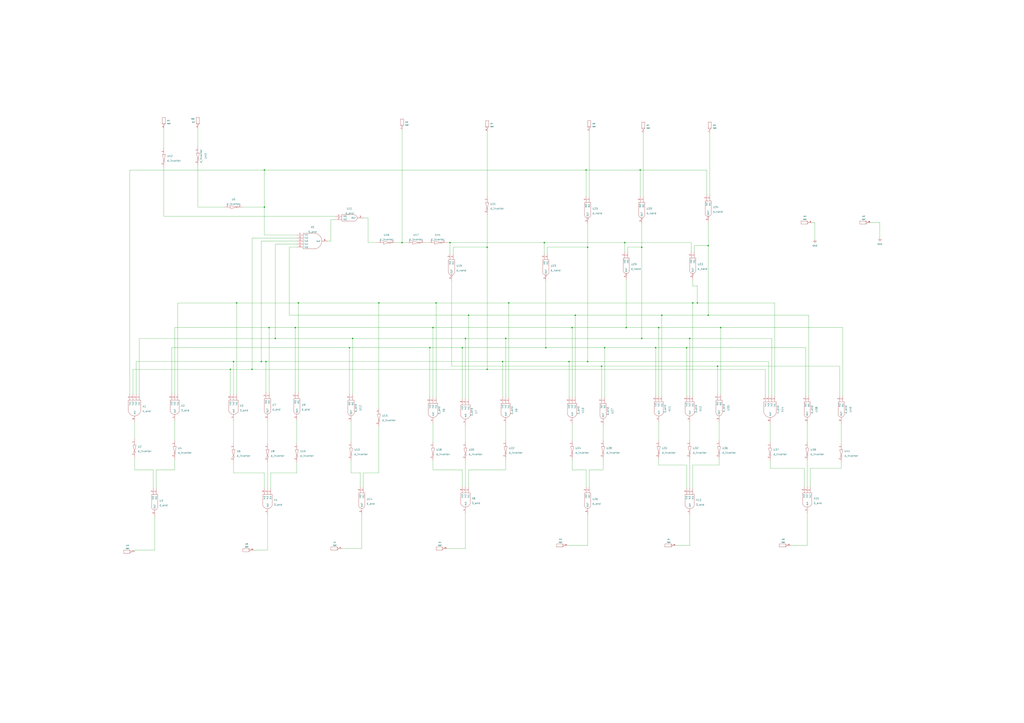
<source format=kicad_sch>
(kicad_sch (version 20211123) (generator eeschema)
  (paper "A1")
  (lib_symbols
    (symbol "eSim_Digital:d_and" (pin_names (offset 1.016))
      (property "Reference" "U" (at 0 0 0))
      (property "Value" "d_and" (at 1.27 2.54 0))
      (symbol "d_and_0_1"
        (polyline (pts (xy 3.81 -1.27) (xy -6.35 -1.27) (xy -6.35 3.81) (xy 3.81 3.81)))
        (arc (start 3.81 -1.27) (mid 5.5897 -0.5171) (end 6.35 1.27))
        (arc (start 6.35 1.27) (mid 5.5971 3.0497) (end 3.81 3.81))
      )
      (symbol "d_and_1_1"
        (pin input line (at -11.43 2.54 0) (length 5.08) (name "IN1") (number "1"))
        (pin input line (at -11.43 0 0) (length 5.08) (name "IN2") (number "2"))
        (pin output line (at 11.43 1.27 180) (length 5.08) (name "OUT") (number "3"))
      )
    )
    (symbol "eSim_Digital:d_inverter" (pin_names (offset 1.016))
      (property "Reference" "U" (at 0 -2.54 0))
      (property "Value" "d_inverter" (at 0 3.81 0))
      (symbol "d_inverter_0_1"
        (polyline (pts (xy -2.54 1.27) (xy -2.54 -1.27) (xy 2.54 0) (xy -2.54 1.27)))
      )
      (symbol "d_inverter_1_1"
        (pin input line (at -7.62 0 0) (length 5.08) (name "~") (number "1"))
        (pin output inverted (at 7.62 0 180) (length 5.08) (name "~") (number "2"))
      )
    )
    (symbol "eSim_Digital:d_nand" (pin_names (offset 1.016))
      (property "Reference" "U" (at 0 0 0))
      (property "Value" "d_nand" (at 1.27 2.54 0))
      (symbol "d_nand_0_1"
        (polyline (pts (xy 3.81 -1.27) (xy -6.35 -1.27) (xy -6.35 3.81) (xy 3.81 3.81)))
        (arc (start 3.81 -1.27) (mid 5.5897 -0.5171) (end 6.35 1.27))
        (arc (start 6.35 1.27) (mid 5.5971 3.0497) (end 3.81 3.81))
      )
      (symbol "d_nand_1_1"
        (pin input line (at -11.43 2.54 0) (length 5.08) (name "IN1") (number "1"))
        (pin input line (at -11.43 0 0) (length 5.08) (name "IN2") (number "2"))
        (pin output inverted (at 11.43 1.27 180) (length 5.08) (name "OUT") (number "3"))
      )
    )
    (symbol "eSim_Miscellaneous:PORT" (pin_names (offset 1.016))
      (property "Reference" "U" (at 1.27 2.54 0))
      (property "Value" "PORT" (at 0 0 0))
      (symbol "PORT_0_1"
        (rectangle (start -2.54 1.27) (end 2.54 -1.27))
        (arc (start 2.54 1.27) (mid 3.1355 0.5955) (end 3.81 0))
        (arc (start 3.81 0) (mid 3.1447 -0.6046) (end 2.54 -1.27))
      )
      (symbol "PORT_1_1"
        (pin bidirectional line (at 6.35 0 180) (length 2.54) (name "~") (number "1"))
      )
      (symbol "PORT_2_1"
        (pin bidirectional line (at 6.35 0 180) (length 2.54) (name "~") (number "2"))
      )
      (symbol "PORT_3_1"
        (pin bidirectional line (at 6.35 0 180) (length 2.54) (name "~") (number "3"))
      )
      (symbol "PORT_4_1"
        (pin bidirectional line (at 6.35 0 180) (length 2.54) (name "~") (number "4"))
      )
      (symbol "PORT_5_1"
        (pin bidirectional line (at 6.35 0 180) (length 2.54) (name "~") (number "5"))
      )
      (symbol "PORT_6_1"
        (pin bidirectional line (at 6.35 0 180) (length 2.54) (name "~") (number "6"))
      )
      (symbol "PORT_7_1"
        (pin bidirectional line (at 6.35 0 180) (length 2.54) (name "~") (number "7"))
      )
      (symbol "PORT_8_1"
        (pin bidirectional line (at 6.35 0 180) (length 2.54) (name "~") (number "8"))
      )
      (symbol "PORT_9_1"
        (pin bidirectional line (at 6.35 0 180) (length 2.54) (name "~") (number "9"))
      )
      (symbol "PORT_10_1"
        (pin bidirectional line (at 6.35 0 180) (length 2.54) (name "~") (number "10"))
      )
      (symbol "PORT_11_1"
        (pin bidirectional line (at 6.35 0 180) (length 2.54) (name "~") (number "11"))
      )
      (symbol "PORT_12_1"
        (pin bidirectional line (at 6.35 0 180) (length 2.54) (name "~") (number "12"))
      )
      (symbol "PORT_13_1"
        (pin bidirectional line (at 6.35 0 180) (length 2.54) (name "~") (number "13"))
      )
      (symbol "PORT_14_1"
        (pin bidirectional line (at 6.35 0 180) (length 2.54) (name "~") (number "14"))
      )
      (symbol "PORT_15_1"
        (pin bidirectional line (at 6.35 0 180) (length 2.54) (name "~") (number "15"))
      )
      (symbol "PORT_16_1"
        (pin bidirectional line (at 6.35 0 180) (length 2.54) (name "~") (number "16"))
      )
      (symbol "PORT_17_1"
        (pin bidirectional line (at 6.35 0 180) (length 2.54) (name "~") (number "17"))
      )
      (symbol "PORT_18_1"
        (pin bidirectional line (at 6.35 0 180) (length 2.54) (name "~") (number "18"))
      )
      (symbol "PORT_19_1"
        (pin bidirectional line (at 6.35 0 180) (length 2.54) (name "~") (number "19"))
      )
      (symbol "PORT_20_1"
        (pin bidirectional line (at 6.35 0 180) (length 2.54) (name "~") (number "20"))
      )
      (symbol "PORT_21_1"
        (pin bidirectional line (at 6.35 0 180) (length 2.54) (name "~") (number "21"))
      )
      (symbol "PORT_22_1"
        (pin bidirectional line (at 6.35 0 180) (length 2.54) (name "~") (number "22"))
      )
      (symbol "PORT_23_1"
        (pin bidirectional line (at 6.35 0 180) (length 2.54) (name "~") (number "23"))
      )
      (symbol "PORT_24_1"
        (pin bidirectional line (at 6.35 0 180) (length 2.54) (name "~") (number "24"))
      )
      (symbol "PORT_25_1"
        (pin bidirectional line (at 6.35 0 180) (length 2.54) (name "~") (number "25"))
      )
      (symbol "PORT_26_1"
        (pin bidirectional line (at 6.35 0 180) (length 2.54) (name "~") (number "26"))
      )
    )
    (symbol "eSim_Power:eSim_GND" (power) (pin_names (offset 0))
      (property "Value" "eSim_GND" (at 0 -3.81 0))
      (symbol "eSim_GND_0_1"
        (polyline (pts (xy 0 0) (xy 0 -1.27) (xy 1.27 -1.27) (xy 0 -2.54) (xy -1.27 -1.27) (xy 0 -1.27)))
      )
      (symbol "eSim_GND_1_1"
        (pin power_in line (at 0 0 270) (length 0) hide (name "GND") (number "1"))
      )
    )
    (symbol "eSim_Subckt:3_and" (pin_names (offset 1.016))
      (property "Reference" "X" (at 2.54 -1.27 0))
      (property "Value" "3_and" (at 3.81 3.81 0))
      (symbol "3_and_0_1"
        (polyline (pts (xy -3.81 5.08) (xy 5.08 5.08)))
        (polyline (pts (xy -3.81 5.08) (xy -3.81 -2.54) (xy 5.08 -2.54)))
        (arc (start 5.08 -2.54) (mid 7.8261 1.27) (end 5.08 5.08))
      )
      (symbol "3_and_1_1"
        (pin input line (at -8.89 3.81 0) (length 5.08) (name "in1") (number "1"))
        (pin input line (at -8.89 1.27 0) (length 5.08) (name "in2") (number "2"))
        (pin input line (at -8.89 -1.27 0) (length 5.08) (name "in3") (number "3"))
        (pin output line (at 12.7 1.27 180) (length 5.08) (name "out") (number "4"))
      )
    )
    (symbol "eSim_Subckt:4_and" (pin_names (offset 1.016))
      (property "Reference" "X" (at 1.27 -1.27 0))
      (property "Value" "4_and" (at 2.54 2.54 0))
      (symbol "4_and_0_1"
        (polyline (pts (xy -5.08 5.08) (xy 3.81 5.08)))
        (polyline (pts (xy -5.08 5.08) (xy -5.08 -5.08) (xy 1.27 -5.08) (xy 3.81 -5.08)))
        (arc (start 3.81 -5.08) (mid 7.7763 0) (end 3.81 5.08))
      )
      (symbol "4_and_1_1"
        (pin input line (at -10.16 3.81 0) (length 5.08) (name "in1") (number "1"))
        (pin input line (at -10.16 1.27 0) (length 5.08) (name "in2") (number "2"))
        (pin input line (at -10.16 -1.27 0) (length 5.08) (name "in3") (number "3"))
        (pin input line (at -10.16 -3.81 0) (length 5.08) (name "in4") (number "4"))
        (pin output line (at 12.7 0 180) (length 5.08) (name "out") (number "5"))
      )
    )
    (symbol "eSim_Subckt:5_and" (pin_names (offset 1.016))
      (property "Reference" "X" (at 1.27 -2.54 0))
      (property "Value" "5_and" (at 2.54 3.81 0))
      (symbol "5_and_0_1"
        (polyline (pts (xy -6.35 6.35) (xy 3.81 6.35)))
        (polyline (pts (xy -6.35 6.35) (xy -6.35 -6.35) (xy 3.81 -6.35)))
        (arc (start 3.81 -6.35) (mid 9.0158 0) (end 3.81 6.35))
      )
      (symbol "5_and_1_1"
        (pin input line (at -11.43 5.08 0) (length 5.08) (name "in1") (number "1"))
        (pin input line (at -11.43 2.54 0) (length 5.08) (name "in2") (number "2"))
        (pin input line (at -11.43 0 0) (length 5.08) (name "in3") (number "3"))
        (pin input line (at -11.43 -2.54 0) (length 5.08) (name "in4") (number "4"))
        (pin input line (at -11.43 -5.08 0) (length 5.08) (name "in5") (number "5"))
        (pin output line (at 13.97 0 180) (length 5.08) (name "out") (number "6"))
      )
    )
  )
  (junction (at 481.33 139.7))
  (junction (at 469.9 269.24))
  (junction (at 415.29 278.13))
  (junction (at 355.6 269.24))
  (junction (at 412.75 297.18))
  (junction (at 467.36 297.18))
  (junction (at 541.02 269.24))
  (junction (at 220.98 269.24))
  (junction (at 245.11 248.92))
  (junction (at 527.05 278.13))
  (junction (at 194.31 248.92))
  (junction (at 242.57 269.24))
  (junction (at 513.08 199.39))
  (junction (at 591.82 269.24))
  (junction (at 538.48 285.75))
  (junction (at 514.35 269.24))
  (junction (at 330.2 199.39))
  (junction (at 572.77 248.92))
  (junction (at 527.05 203.2))
  (junction (at 217.17 139.7))
  (junction (at 311.15 248.92))
  (junction (at 400.05 203.2))
  (junction (at 525.78 139.7))
  (junction (at 581.66 201.93))
  (junction (at 353.06 285.75))
  (junction (at 358.14 248.92))
  (junction (at 207.01 303.53))
  (junction (at 218.44 297.18))
  (junction (at 382.27 278.13))
  (junction (at 568.96 248.92))
  (junction (at 482.6 203.2))
  (junction (at 417.83 248.92))
  (junction (at 482.6 297.18))
  (junction (at 384.81 259.08))
  (junction (at 379.73 285.75))
  (junction (at 496.57 285.75))
  (junction (at 494.03 300.99))
  (junction (at 217.17 170.18))
  (junction (at 189.23 303.53))
  (junction (at 369.57 199.39))
  (junction (at 191.77 297.18))
  (junction (at 581.66 259.08))
  (junction (at 289.56 278.13))
  (junction (at 472.44 259.08))
  (junction (at 589.28 300.99))
  (junction (at 448.31 285.75))
  (junction (at 447.04 199.39))
  (junction (at 287.02 285.75))
  (junction (at 226.06 278.13))
  (junction (at 214.63 297.18))
  (junction (at 543.56 259.08))
  (junction (at 566.42 278.13))
  (junction (at 400.05 303.53))
  (junction (at 563.88 285.75))
  (wire (pts (xy 570.23 201.93) (xy 581.66 201.93)))
  (wire (pts (xy 243.84 193.04) (xy 217.17 193.04)))
  (wire (pts (xy 353.06 285.75) (xy 287.02 285.75)))
  (wire (pts (xy 243.84 388.62) (xy 243.84 379.73)))
  (wire (pts (xy 143.51 386.08) (xy 143.51 377.19)))
  (wire (pts (xy 194.31 248.92) (xy 194.31 323.85)))
  (wire (pts (xy 669.29 196.85) (xy 669.29 182.88)))
  (wire (pts (xy 412.75 297.18) (xy 412.75 326.39)))
  (wire (pts (xy 237.49 203.2) (xy 243.84 203.2)))
  (wire (pts (xy 217.17 139.7) (xy 217.17 170.18)))
  (wire (pts (xy 214.63 198.12) (xy 243.84 198.12)))
  (wire (pts (xy 482.6 297.18) (xy 631.19 297.18)))
  (wire (pts (xy 400.05 107.95) (xy 400.05 161.29)))
  (wire (pts (xy 483.87 107.95) (xy 483.87 161.29)))
  (wire (pts (xy 400.05 303.53) (xy 207.01 303.53)))
  (wire (pts (xy 184.15 170.18) (xy 162.56 170.18)))
  (wire (pts (xy 384.81 400.05) (xy 384.81 386.08)))
  (wire (pts (xy 217.17 401.32) (xy 217.17 388.62)))
  (wire (pts (xy 134.62 105.41) (xy 134.62 121.92)))
  (wire (pts (xy 689.61 300.99) (xy 689.61 325.12)))
  (wire (pts (xy 538.48 285.75) (xy 496.57 285.75)))
  (wire (pts (xy 514.35 269.24) (xy 541.02 269.24)))
  (wire (pts (xy 563.88 401.32) (xy 563.88 382.27)))
  (wire (pts (xy 527.05 184.15) (xy 527.05 203.2)))
  (wire (pts (xy 125.73 401.32) (xy 125.73 386.08)))
  (wire (pts (xy 581.66 182.88) (xy 581.66 201.93)))
  (wire (pts (xy 219.71 422.91) (xy 219.71 452.12)))
  (wire (pts (xy 483.87 400.05) (xy 483.87 386.08)))
  (wire (pts (xy 280.67 450.85) (xy 297.18 450.85)))
  (wire (pts (xy 110.49 346.71) (xy 110.49 360.68)))
  (wire (pts (xy 566.42 422.91) (xy 566.42 448.31)))
  (wire (pts (xy 128.27 386.08) (xy 143.51 386.08)))
  (wire (pts (xy 298.45 400.05) (xy 298.45 388.62)))
  (wire (pts (xy 722.63 195.58) (xy 722.63 182.88)))
  (wire (pts (xy 297.18 422.91) (xy 297.18 450.85)))
  (wire (pts (xy 111.76 323.85) (xy 111.76 297.18)))
  (wire (pts (xy 289.56 278.13) (xy 382.27 278.13)))
  (wire (pts (xy 482.6 184.15) (xy 482.6 203.2)))
  (wire (pts (xy 379.73 386.08) (xy 355.6 386.08)))
  (wire (pts (xy 449.58 208.28) (xy 449.58 203.2)))
  (wire (pts (xy 358.14 248.92) (xy 358.14 326.39)))
  (wire (pts (xy 661.67 285.75) (xy 563.88 285.75)))
  (wire (pts (xy 513.08 199.39) (xy 567.69 199.39)))
  (wire (pts (xy 662.94 378.46) (xy 662.94 400.05)))
  (wire (pts (xy 496.57 285.75) (xy 496.57 326.39)))
  (wire (pts (xy 481.33 139.7) (xy 217.17 139.7)))
  (wire (pts (xy 665.48 400.05) (xy 665.48 384.81)))
  (wire (pts (xy 217.17 139.7) (xy 106.68 139.7)))
  (wire (pts (xy 382.27 421.64) (xy 382.27 450.85)))
  (wire (pts (xy 191.77 297.18) (xy 214.63 297.18)))
  (wire (pts (xy 288.29 388.62) (xy 288.29 378.46)))
  (wire (pts (xy 379.73 285.75) (xy 353.06 285.75)))
  (wire (pts (xy 466.09 448.31) (xy 482.6 448.31)))
  (wire (pts (xy 295.91 388.62) (xy 288.29 388.62)))
  (wire (pts (xy 568.96 248.92) (xy 568.96 325.12)))
  (wire (pts (xy 568.96 248.92) (xy 572.77 248.92)))
  (wire (pts (xy 242.57 269.24) (xy 355.6 269.24)))
  (wire (pts (xy 589.28 300.99) (xy 589.28 323.85)))
  (wire (pts (xy 330.2 106.68) (xy 330.2 199.39)))
  (wire (pts (xy 298.45 179.07) (xy 302.26 179.07)))
  (wire (pts (xy 660.4 400.05) (xy 660.4 384.81)))
  (wire (pts (xy 226.06 278.13) (xy 289.56 278.13)))
  (wire (pts (xy 275.59 177.8) (xy 134.62 177.8)))
  (wire (pts (xy 448.31 285.75) (xy 379.73 285.75)))
  (wire (pts (xy 515.62 203.2) (xy 527.05 203.2)))
  (wire (pts (xy 384.81 259.08) (xy 237.49 259.08)))
  (wire (pts (xy 400.05 203.2) (xy 400.05 303.53)))
  (wire (pts (xy 349.25 199.39) (xy 351.79 199.39)))
  (wire (pts (xy 566.42 278.13) (xy 633.73 278.13)))
  (wire (pts (xy 353.06 285.75) (xy 353.06 326.39)))
  (wire (pts (xy 199.39 170.18) (xy 217.17 170.18)))
  (wire (pts (xy 214.63 198.12) (xy 214.63 297.18)))
  (wire (pts (xy 289.56 278.13) (xy 289.56 323.85)))
  (wire (pts (xy 554.99 448.31) (xy 566.42 448.31)))
  (wire (pts (xy 191.77 388.62) (xy 191.77 379.73)))
  (wire (pts (xy 140.97 285.75) (xy 287.02 285.75)))
  (wire (pts (xy 146.05 248.92) (xy 194.31 248.92)))
  (wire (pts (xy 631.19 297.18) (xy 631.19 325.12)))
  (wire (pts (xy 514.35 229.87) (xy 514.35 269.24)))
  (wire (pts (xy 143.51 323.85) (xy 143.51 269.24)))
  (wire (pts (xy 134.62 137.16) (xy 134.62 177.8)))
  (wire (pts (xy 722.63 182.88) (xy 715.01 182.88)))
  (wire (pts (xy 632.46 347.98) (xy 632.46 363.22)))
  (wire (pts (xy 382.27 278.13) (xy 382.27 327.66)))
  (wire (pts (xy 628.65 325.12) (xy 628.65 303.53)))
  (wire (pts (xy 355.6 347.98) (xy 355.6 363.22)))
  (wire (pts (xy 417.83 248.92) (xy 417.83 326.39)))
  (wire (pts (xy 245.11 248.92) (xy 245.11 322.58)))
  (wire (pts (xy 482.6 422.91) (xy 482.6 448.31)))
  (wire (pts (xy 469.9 269.24) (xy 469.9 326.39)))
  (wire (pts (xy 566.42 278.13) (xy 566.42 325.12)))
  (wire (pts (xy 110.49 452.12) (xy 127 452.12)))
  (wire (pts (xy 495.3 386.08) (xy 495.3 377.19)))
  (wire (pts (xy 581.66 259.08) (xy 543.56 259.08)))
  (wire (pts (xy 568.96 234.95) (xy 572.77 234.95)))
  (wire (pts (xy 219.71 379.73) (xy 219.71 401.32)))
  (wire (pts (xy 541.02 269.24) (xy 591.82 269.24)))
  (wire (pts (xy 243.84 195.58) (xy 207.01 195.58)))
  (wire (pts (xy 355.6 269.24) (xy 355.6 326.39)))
  (wire (pts (xy 483.87 386.08) (xy 495.3 386.08)))
  (wire (pts (xy 467.36 297.18) (xy 482.6 297.18)))
  (wire (pts (xy 245.11 248.92) (xy 311.15 248.92)))
  (wire (pts (xy 580.39 139.7) (xy 525.78 139.7)))
  (wire (pts (xy 214.63 297.18) (xy 218.44 297.18)))
  (wire (pts (xy 382.27 378.46) (xy 382.27 400.05)))
  (wire (pts (xy 194.31 248.92) (xy 245.11 248.92)))
  (wire (pts (xy 110.49 452.12) (xy 110.49 453.39)))
  (wire (pts (xy 275.59 180.34) (xy 271.78 180.34)))
  (wire (pts (xy 541.02 382.27) (xy 541.02 377.19)))
  (wire (pts (xy 415.29 347.98) (xy 415.29 361.95)))
  (wire (pts (xy 369.57 199.39) (xy 447.04 199.39)))
  (wire (pts (xy 189.23 303.53) (xy 109.22 303.53)))
  (wire (pts (xy 563.88 382.27) (xy 541.02 382.27)))
  (wire (pts (xy 162.56 135.89) (xy 162.56 170.18)))
  (wire (pts (xy 581.66 201.93) (xy 581.66 259.08)))
  (wire (pts (xy 563.88 285.75) (xy 563.88 325.12)))
  (wire (pts (xy 109.22 303.53) (xy 109.22 323.85)))
  (wire (pts (xy 469.9 347.98) (xy 469.9 361.95)))
  (wire (pts (xy 298.45 388.62) (xy 311.15 388.62)))
  (wire (pts (xy 664.21 325.12) (xy 664.21 259.08)))
  (wire (pts (xy 664.21 259.08) (xy 581.66 259.08)))
  (wire (pts (xy 311.15 350.52) (xy 311.15 388.62)))
  (wire (pts (xy 495.3 349.25) (xy 495.3 361.95)))
  (wire (pts (xy 302.26 179.07) (xy 302.26 199.39)))
  (wire (pts (xy 568.96 382.27) (xy 590.55 382.27)))
  (wire (pts (xy 237.49 259.08) (xy 237.49 203.2)))
  (wire (pts (xy 481.33 400.05) (xy 481.33 386.08)))
  (wire (pts (xy 218.44 297.18) (xy 218.44 322.58)))
  (wire (pts (xy 660.4 384.81) (xy 632.46 384.81)))
  (wire (pts (xy 220.98 269.24) (xy 220.98 322.58)))
  (wire (pts (xy 218.44 297.18) (xy 412.75 297.18)))
  (wire (pts (xy 472.44 259.08) (xy 472.44 326.39)))
  (wire (pts (xy 590.55 382.27) (xy 590.55 377.19)))
  (wire (pts (xy 662.94 421.64) (xy 662.94 448.31)))
  (wire (pts (xy 243.84 200.66) (xy 226.06 200.66)))
  (wire (pts (xy 527.05 278.13) (xy 566.42 278.13)))
  (wire (pts (xy 372.11 208.28) (xy 372.11 203.2)))
  (wire (pts (xy 243.84 345.44) (xy 243.84 364.49)))
  (wire (pts (xy 311.15 248.92) (xy 358.14 248.92)))
  (wire (pts (xy 379.73 400.05) (xy 379.73 386.08)))
  (wire (pts (xy 217.17 170.18) (xy 217.17 193.04)))
  (wire (pts (xy 384.81 386.08) (xy 415.29 386.08)))
  (wire (pts (xy 358.14 248.92) (xy 417.83 248.92)))
  (wire (pts (xy 219.71 345.44) (xy 219.71 364.49)))
  (wire (pts (xy 355.6 269.24) (xy 469.9 269.24)))
  (wire (pts (xy 415.29 386.08) (xy 415.29 377.19)))
  (wire (pts (xy 566.42 377.19) (xy 566.42 401.32)))
  (wire (pts (xy 580.39 160.02) (xy 580.39 139.7)))
  (wire (pts (xy 633.73 278.13) (xy 633.73 325.12)))
  (wire (pts (xy 140.97 285.75) (xy 140.97 323.85)))
  (wire (pts (xy 570.23 207.01) (xy 570.23 201.93)))
  (wire (pts (xy 567.69 199.39) (xy 567.69 207.01)))
  (wire (pts (xy 325.12 199.39) (xy 330.2 199.39)))
  (wire (pts (xy 127 424.18) (xy 127 452.12)))
  (wire (pts (xy 467.36 297.18) (xy 467.36 326.39)))
  (wire (pts (xy 568.96 229.87) (xy 568.96 234.95)))
  (wire (pts (xy 449.58 203.2) (xy 482.6 203.2)))
  (wire (pts (xy 692.15 269.24) (xy 692.15 325.12)))
  (wire (pts (xy 242.57 269.24) (xy 242.57 322.58)))
  (wire (pts (xy 370.84 231.14) (xy 370.84 300.99)))
  (wire (pts (xy 469.9 269.24) (xy 514.35 269.24)))
  (wire (pts (xy 208.28 452.12) (xy 219.71 452.12)))
  (wire (pts (xy 287.02 285.75) (xy 287.02 323.85)))
  (wire (pts (xy 527.05 203.2) (xy 527.05 278.13)))
  (wire (pts (xy 143.51 345.44) (xy 143.51 361.95)))
  (wire (pts (xy 207.01 303.53) (xy 189.23 303.53)))
  (wire (pts (xy 494.03 300.99) (xy 589.28 300.99)))
  (wire (pts (xy 372.11 203.2) (xy 400.05 203.2)))
  (wire (pts (xy 543.56 259.08) (xy 472.44 259.08)))
  (wire (pts (xy 367.03 199.39) (xy 369.57 199.39)))
  (wire (pts (xy 447.04 199.39) (xy 513.08 199.39)))
  (wire (pts (xy 295.91 400.05) (xy 295.91 388.62)))
  (wire (pts (xy 528.32 109.22) (xy 528.32 161.29)))
  (wire (pts (xy 662.94 347.98) (xy 662.94 363.22)))
  (wire (pts (xy 541.02 269.24) (xy 541.02 325.12)))
  (wire (pts (xy 191.77 345.44) (xy 191.77 364.49)))
  (wire (pts (xy 661.67 285.75) (xy 661.67 325.12)))
  (wire (pts (xy 591.82 269.24) (xy 591.82 323.85)))
  (wire (pts (xy 628.65 303.53) (xy 400.05 303.53)))
  (wire (pts (xy 143.51 269.24) (xy 220.98 269.24)))
  (wire (pts (xy 382.27 349.25) (xy 382.27 363.22)))
  (wire (pts (xy 494.03 300.99) (xy 494.03 326.39)))
  (wire (pts (xy 370.84 300.99) (xy 494.03 300.99)))
  (wire (pts (xy 114.3 323.85) (xy 114.3 278.13)))
  (wire (pts (xy 469.9 386.08) (xy 469.9 377.19)))
  (wire (pts (xy 114.3 278.13) (xy 226.06 278.13)))
  (wire (pts (xy 382.27 278.13) (xy 415.29 278.13)))
  (wire (pts (xy 513.08 199.39) (xy 513.08 207.01)))
  (wire (pts (xy 481.33 139.7) (xy 481.33 161.29)))
  (wire (pts (xy 400.05 176.53) (xy 400.05 203.2)))
  (wire (pts (xy 369.57 199.39) (xy 369.57 208.28)))
  (wire (pts (xy 162.56 105.41) (xy 162.56 120.65)))
  (wire (pts (xy 482.6 203.2) (xy 482.6 297.18)))
  (wire (pts (xy 271.78 180.34) (xy 271.78 198.12)))
  (wire (pts (xy 217.17 388.62) (xy 191.77 388.62)))
  (wire (pts (xy 669.29 182.88) (xy 666.75 182.88)))
  (wire (pts (xy 472.44 259.08) (xy 384.81 259.08)))
  (wire (pts (xy 568.96 401.32) (xy 568.96 382.27)))
  (wire (pts (xy 146.05 323.85) (xy 146.05 248.92)))
  (wire (pts (xy 665.48 384.81) (xy 690.88 384.81)))
  (wire (pts (xy 515.62 207.01) (xy 515.62 203.2)))
  (wire (pts (xy 367.03 450.85) (xy 382.27 450.85)))
  (wire (pts (xy 538.48 285.75) (xy 538.48 325.12)))
  (wire (pts (xy 543.56 259.08) (xy 543.56 325.12)))
  (wire (pts (xy 589.28 300.99) (xy 689.61 300.99)))
  (wire (pts (xy 384.81 259.08) (xy 384.81 327.66)))
  (wire (pts (xy 582.93 109.22) (xy 582.93 160.02)))
  (wire (pts (xy 632.46 378.46) (xy 632.46 384.81)))
  (wire (pts (xy 690.88 384.81) (xy 690.88 379.73)))
  (wire (pts (xy 572.77 234.95) (xy 572.77 248.92)))
  (wire (pts (xy 590.55 346.71) (xy 590.55 361.95)))
  (wire (pts (xy 481.33 386.08) (xy 469.9 386.08)))
  (wire (pts (xy 541.02 346.71) (xy 541.02 361.95)))
  (wire (pts (xy 125.73 386.08) (xy 110.49 386.08)))
  (wire (pts (xy 207.01 195.58) (xy 207.01 303.53)))
  (wire (pts (xy 417.83 248.92) (xy 568.96 248.92)))
  (wire (pts (xy 591.82 269.24) (xy 692.15 269.24)))
  (wire (pts (xy 415.29 278.13) (xy 527.05 278.13)))
  (wire (pts (xy 191.77 297.18) (xy 191.77 323.85)))
  (wire (pts (xy 379.73 285.75) (xy 379.73 327.66)))
  (wire (pts (xy 128.27 401.32) (xy 128.27 386.08)))
  (wire (pts (xy 415.29 278.13) (xy 415.29 326.39)))
  (wire (pts (xy 330.2 199.39) (xy 334.01 199.39)))
  (wire (pts (xy 572.77 248.92) (xy 636.27 248.92)))
  (wire (pts (xy 566.42 346.71) (xy 566.42 361.95)))
  (wire (pts (xy 412.75 297.18) (xy 467.36 297.18)))
  (wire (pts (xy 302.26 199.39) (xy 309.88 199.39)))
  (wire (pts (xy 355.6 378.46) (xy 355.6 386.08)))
  (wire (pts (xy 222.25 401.32) (xy 222.25 388.62)))
  (wire (pts (xy 525.78 139.7) (xy 481.33 139.7)))
  (wire (pts (xy 106.68 139.7) (xy 106.68 323.85)))
  (wire (pts (xy 271.78 198.12) (xy 269.24 198.12)))
  (wire (pts (xy 189.23 303.53) (xy 189.23 323.85)))
  (wire (pts (xy 525.78 139.7) (xy 525.78 161.29)))
  (wire (pts (xy 690.88 347.98) (xy 690.88 364.49)))
  (wire (pts (xy 447.04 199.39) (xy 447.04 208.28)))
  (wire (pts (xy 222.25 388.62) (xy 243.84 388.62)))
  (wire (pts (xy 220.98 269.24) (xy 242.57 269.24)))
  (wire (pts (xy 636.27 248.92) (xy 636.27 325.12)))
  (wire (pts (xy 111.76 297.18) (xy 191.77 297.18)))
  (wire (pts (xy 648.97 448.31) (xy 662.94 448.31)))
  (wire (pts (xy 496.57 285.75) (xy 448.31 285.75)))
  (wire (pts (xy 110.49 386.08) (xy 110.49 375.92)))
  (wire (pts (xy 311.15 248.92) (xy 311.15 335.28)))
  (wire (pts (xy 226.06 200.66) (xy 226.06 278.13)))
  (wire (pts (xy 563.88 285.75) (xy 538.48 285.75)))
  (wire (pts (xy 448.31 231.14) (xy 448.31 285.75)))
  (wire (pts (xy 288.29 346.71) (xy 288.29 363.22)))
  (symbol (lib_id "eSim_Subckt:3_and") (at 414.02 335.28 270) (unit 1)
    (property "Reference" "X9" (at 424.18 337.288 0) (effects (font (size 1.524 1.524))))
    (property "Value" "3_and" (at 420.37 337.288 0) (effects (font (size 1.524 1.524))))
  )
  (symbol (lib_id "eSim_Digital:d_and") (at 661.67 336.55 270) (unit 1)
    (property "Reference" "U38" (at 670.56 336.55 0) (effects (font (size 1.524 1.524))))
    (property "Value" "d_and" (at 666.75 336.55 0) (effects (font (size 1.524 1.524))))
  )
  (symbol (lib_id "eSim_Digital:d_and") (at 295.91 411.48 270) (unit 1)
    (property "Reference" "U14" (at 300.99 410.21 90) (effects (font (size 1.524 1.524)) (justify left)))
    (property "Value" "d_and" (at 300.99 414.02 90) (effects (font (size 1.524 1.524)) (justify left)))
  )
  (symbol (lib_id "eSim_Digital:d_and") (at 125.73 412.75 270) (unit 1)
    (property "Reference" "U3" (at 130.81 411.48 90) (effects (font (size 1.524 1.524)) (justify left)))
    (property "Value" "d_and" (at 130.81 415.29 90) (effects (font (size 1.524 1.524)) (justify left)))
  )
  (symbol (lib_id "eSim_Digital:d_inverter") (at 469.9 369.57 270) (unit 1)
    (property "Reference" "U24" (at 472.44 368.3 90) (effects (font (size 1.524 1.524)) (justify left)))
    (property "Value" "d_inverter" (at 472.44 372.11 90) (effects (font (size 1.524 1.524)) (justify left)))
  )
  (symbol (lib_id "eSim_Digital:d_inverter") (at 566.42 369.57 270) (unit 1)
    (property "Reference" "U32" (at 568.96 368.3 90) (effects (font (size 1.524 1.524)) (justify left)))
    (property "Value" "d_inverter" (at 568.96 372.11 90) (effects (font (size 1.524 1.524)) (justify left)))
  )
  (symbol (lib_id "eSim_Miscellaneous:PORT") (at 274.32 450.85 0) (unit 9)
    (property "Reference" "U1" (at 274.955 445.77 0) (effects (font (size 0.762 0.762))))
    (property "Value" "PORT" (at 274.955 448.31 0) (effects (font (size 0.762 0.762))))
  )
  (symbol (lib_id "eSim_Digital:d_and") (at 218.44 334.01 270) (unit 1)
    (property "Reference" "U7" (at 223.52 332.74 90) (effects (font (size 1.524 1.524)) (justify left)))
    (property "Value" "d_and" (at 223.52 336.55 90) (effects (font (size 1.524 1.524)) (justify left)))
  )
  (symbol (lib_id "eSim_Digital:d_inverter") (at 415.29 369.57 270) (unit 1)
    (property "Reference" "U22" (at 417.83 368.3 90) (effects (font (size 1.524 1.524)) (justify left)))
    (property "Value" "d_inverter" (at 417.83 372.11 90) (effects (font (size 1.524 1.524)) (justify left)))
  )
  (symbol (lib_id "eSim_Digital:d_inverter") (at 311.15 342.9 270) (unit 1)
    (property "Reference" "U15" (at 313.69 341.63 90) (effects (font (size 1.524 1.524)) (justify left)))
    (property "Value" "d_inverter" (at 313.69 345.44 90) (effects (font (size 1.524 1.524)) (justify left)))
  )
  (symbol (lib_id "eSim_Subckt:3_and") (at 565.15 334.01 270) (unit 1)
    (property "Reference" "X12" (at 575.31 336.018 0) (effects (font (size 1.524 1.524))))
    (property "Value" "3_and" (at 571.5 336.018 0) (effects (font (size 1.524 1.524))))
  )
  (symbol (lib_id "eSim_Digital:d_and") (at 242.57 334.01 270) (unit 1)
    (property "Reference" "U9" (at 247.65 332.74 90) (effects (font (size 1.524 1.524)) (justify left)))
    (property "Value" "d_and" (at 247.65 336.55 90) (effects (font (size 1.524 1.524)) (justify left)))
  )
  (symbol (lib_id "eSim_Subckt:4_and") (at 110.49 334.01 270) (unit 1)
    (property "Reference" "X1" (at 116.84 334.0881 90) (effects (font (size 1.524 1.524)) (justify left)))
    (property "Value" "4_and" (at 116.84 337.8981 90) (effects (font (size 1.524 1.524)) (justify left)))
  )
  (symbol (lib_id "eSim_Digital:d_inverter") (at 219.71 372.11 270) (unit 1)
    (property "Reference" "U8" (at 222.25 370.84 90) (effects (font (size 1.524 1.524)) (justify left)))
    (property "Value" "d_inverter" (at 222.25 374.65 90) (effects (font (size 1.524 1.524)) (justify left)))
  )
  (symbol (lib_id "eSim_Miscellaneous:PORT") (at 548.64 448.31 0) (unit 12)
    (property "Reference" "U1" (at 549.275 443.23 0) (effects (font (size 0.762 0.762))))
    (property "Value" "PORT" (at 549.275 445.77 0) (effects (font (size 0.762 0.762))))
  )
  (symbol (lib_id "eSim_Digital:d_inverter") (at 400.05 168.91 270) (unit 1)
    (property "Reference" "U21" (at 402.59 167.64 90) (effects (font (size 1.524 1.524)) (justify left)))
    (property "Value" "d_inverter" (at 402.59 171.45 90) (effects (font (size 1.524 1.524)) (justify left)))
  )
  (symbol (lib_id "eSim_Digital:d_inverter") (at 162.56 128.27 270) (unit 1)
    (property "Reference" "U43" (at 168.91 128.27 0) (effects (font (size 1.524 1.524))))
    (property "Value" "d_inverter" (at 165.1 128.27 0) (effects (font (size 1.524 1.524))))
  )
  (symbol (lib_id "eSim_Digital:d_inverter") (at 355.6 370.84 270) (unit 1)
    (property "Reference" "U18" (at 358.14 369.57 90) (effects (font (size 1.524 1.524)) (justify left)))
    (property "Value" "d_inverter" (at 358.14 373.38 90) (effects (font (size 1.524 1.524)) (justify left)))
  )
  (symbol (lib_id "eSim_Digital:d_nand") (at 580.39 171.45 270) (unit 1)
    (property "Reference" "U34" (at 585.47 170.18 90) (effects (font (size 1.524 1.524)) (justify left)))
    (property "Value" "d_nand" (at 585.47 173.99 90) (effects (font (size 1.524 1.524)) (justify left)))
  )
  (symbol (lib_id "eSim_Subckt:3_and") (at 381 408.94 270) (unit 1)
    (property "Reference" "X8" (at 387.35 409.678 90) (effects (font (size 1.524 1.524)) (justify left)))
    (property "Value" "3_and" (at 387.35 413.488 90) (effects (font (size 1.524 1.524)) (justify left)))
  )
  (symbol (lib_id "eSim_Digital:d_inverter") (at 541.02 369.57 270) (unit 1)
    (property "Reference" "U31" (at 543.56 368.3 90) (effects (font (size 1.524 1.524)) (justify left)))
    (property "Value" "d_inverter" (at 543.56 372.11 90) (effects (font (size 1.524 1.524)) (justify left)))
  )
  (symbol (lib_id "eSim_Digital:d_inverter") (at 382.27 370.84 270) (unit 1)
    (property "Reference" "U20" (at 384.81 369.57 90) (effects (font (size 1.524 1.524)) (justify left)))
    (property "Value" "d_inverter" (at 384.81 373.38 90) (effects (font (size 1.524 1.524)) (justify left)))
  )
  (symbol (lib_id "eSim_Digital:d_inverter") (at 632.46 370.84 270) (unit 1)
    (property "Reference" "U37" (at 635 369.57 90) (effects (font (size 1.524 1.524)) (justify left)))
    (property "Value" "d_inverter" (at 635 373.38 90) (effects (font (size 1.524 1.524)) (justify left)))
  )
  (symbol (lib_id "eSim_Miscellaneous:PORT") (at 104.14 453.39 0) (unit 14)
    (property "Reference" "U1" (at 104.775 448.31 0) (effects (font (size 0.762 0.762))))
    (property "Value" "PORT" (at 104.775 450.85 0) (effects (font (size 0.762 0.762))))
  )
  (symbol (lib_id "eSim_Digital:d_inverter") (at 495.3 369.57 270) (unit 1)
    (property "Reference" "U28" (at 497.84 368.3 90) (effects (font (size 1.524 1.524)) (justify left)))
    (property "Value" "d_inverter" (at 497.84 372.11 90) (effects (font (size 1.524 1.524)) (justify left)))
  )
  (symbol (lib_id "eSim_Subckt:3_and") (at 381 336.55 270) (unit 1)
    (property "Reference" "X7" (at 391.16 338.558 0) (effects (font (size 1.524 1.524))))
    (property "Value" "3_and" (at 387.35 338.558 0) (effects (font (size 1.524 1.524))))
  )
  (symbol (lib_id "eSim_Digital:d_and") (at 481.33 411.48 270) (unit 1)
    (property "Reference" "U26" (at 486.41 410.21 90) (effects (font (size 1.524 1.524)) (justify left)))
    (property "Value" "d_and" (at 486.41 414.02 90) (effects (font (size 1.524 1.524)) (justify left)))
  )
  (symbol (lib_id "eSim_Power:eSim_GND") (at 669.29 196.85 0) (unit 1)
    (property "Reference" "#PWR01" (effects hide))
    (property "Value" "eSim_GND" (at 669.29 201.93 0))
  )
  (symbol (lib_id "eSim_Miscellaneous:PORT") (at 201.93 452.12 0) (unit 15)
    (property "Reference" "U1" (at 202.565 447.04 0) (effects (font (size 0.762 0.762))))
    (property "Value" "PORT" (at 202.565 449.58 0) (effects (font (size 0.762 0.762))))
  )
  (symbol (lib_id "eSim_Digital:d_inverter") (at 359.41 199.39 0) (unit 1)
    (property "Reference" "U44" (at 359.41 193.04 0) (effects (font (size 1.524 1.524))))
    (property "Value" "d_inverter" (at 359.41 196.85 0) (effects (font (size 1.524 1.524))))
  )
  (symbol (lib_id "eSim_Digital:d_inverter") (at 243.84 372.11 270) (unit 1)
    (property "Reference" "U10" (at 246.38 370.84 90) (effects (font (size 1.524 1.524)) (justify left)))
    (property "Value" "d_inverter" (at 246.38 374.65 90) (effects (font (size 1.524 1.524)) (justify left)))
  )
  (symbol (lib_id "eSim_Digital:d_inverter") (at 662.94 370.84 270) (unit 1)
    (property "Reference" "U39" (at 665.48 369.57 90) (effects (font (size 1.524 1.524)) (justify left)))
    (property "Value" "d_inverter" (at 665.48 373.38 90) (effects (font (size 1.524 1.524)) (justify left)))
  )
  (symbol (lib_id "eSim_Digital:d_and") (at 689.61 336.55 270) (unit 1)
    (property "Reference" "U40" (at 698.5 336.55 0) (effects (font (size 1.524 1.524))))
    (property "Value" "d_and" (at 694.69 336.55 0) (effects (font (size 1.524 1.524))))
  )
  (symbol (lib_id "eSim_Digital:d_inverter") (at 191.77 372.11 270) (unit 1)
    (property "Reference" "U6" (at 194.31 370.84 90) (effects (font (size 1.524 1.524)) (justify left)))
    (property "Value" "d_inverter" (at 194.31 374.65 90) (effects (font (size 1.524 1.524)) (justify left)))
  )
  (symbol (lib_id "eSim_Miscellaneous:PORT") (at 360.68 450.85 0) (unit 10)
    (property "Reference" "U1" (at 361.315 445.77 0) (effects (font (size 0.762 0.762))))
    (property "Value" "PORT" (at 361.315 448.31 0) (effects (font (size 0.762 0.762))))
  )
  (symbol (lib_id "eSim_Miscellaneous:PORT") (at 708.66 182.88 0) (unit 16)
    (property "Reference" "U1" (at 709.295 177.8 0) (effects (font (size 0.762 0.762))))
    (property "Value" "PORT" (at 709.295 180.34 0) (effects (font (size 0.762 0.762))))
  )
  (symbol (lib_id "eSim_Digital:d_nand") (at 513.08 218.44 270) (unit 1)
    (property "Reference" "U29" (at 518.16 217.17 90) (effects (font (size 1.524 1.524)) (justify left)))
    (property "Value" "d_nand" (at 518.16 220.98 90) (effects (font (size 1.524 1.524)) (justify left)))
  )
  (symbol (lib_id "eSim_Digital:d_inverter") (at 288.29 370.84 270) (unit 1)
    (property "Reference" "U13" (at 290.83 369.57 90) (effects (font (size 1.524 1.524)) (justify left)))
    (property "Value" "d_inverter" (at 290.83 373.38 90) (effects (font (size 1.524 1.524)) (justify left)))
  )
  (symbol (lib_id "eSim_Digital:d_inverter") (at 317.5 199.39 0) (unit 1)
    (property "Reference" "U16" (at 317.5 193.04 0) (effects (font (size 1.524 1.524))))
    (property "Value" "d_inverter" (at 317.5 196.85 0) (effects (font (size 1.524 1.524))))
  )
  (symbol (lib_id "eSim_Miscellaneous:PORT") (at 162.56 99.06 270) (unit 3)
    (property "Reference" "U1" (at 160.02 100.33 90) (effects (font (size 0.762 0.762)) (justify right)))
    (property "Value" "PORT" (at 160.02 97.79 90) (effects (font (size 0.762 0.762)) (justify right)))
  )
  (symbol (lib_id "eSim_Digital:d_nand") (at 567.69 218.44 270) (unit 1)
    (property "Reference" "U33" (at 572.77 217.17 90) (effects (font (size 1.524 1.524)) (justify left)))
    (property "Value" "d_nand" (at 572.77 220.98 90) (effects (font (size 1.524 1.524)) (justify left)))
  )
  (symbol (lib_id "eSim_Miscellaneous:PORT") (at 400.05 101.6 270) (unit 6)
    (property "Reference" "U1" (at 402.59 101.6 90) (effects (font (size 0.762 0.762)) (justify left)))
    (property "Value" "PORT" (at 402.59 104.14 90) (effects (font (size 0.762 0.762)) (justify left)))
  )
  (symbol (lib_id "eSim_Digital:d_nand") (at 525.78 172.72 270) (unit 1)
    (property "Reference" "U30" (at 530.86 171.45 90) (effects (font (size 1.524 1.524)) (justify left)))
    (property "Value" "d_nand" (at 530.86 175.26 90) (effects (font (size 1.524 1.524)) (justify left)))
  )
  (symbol (lib_id "eSim_Digital:d_and") (at 287.02 180.34 0) (unit 1)
    (property "Reference" "U11" (at 287.02 171.45 0) (effects (font (size 1.524 1.524))))
    (property "Value" "d_and" (at 287.02 175.26 0) (effects (font (size 1.524 1.524))))
  )
  (symbol (lib_id "eSim_Digital:d_nand") (at 481.33 172.72 270) (unit 1)
    (property "Reference" "U25" (at 486.41 171.45 90) (effects (font (size 1.524 1.524)) (justify left)))
    (property "Value" "d_nand" (at 486.41 175.26 90) (effects (font (size 1.524 1.524)) (justify left)))
  )
  (symbol (lib_id "eSim_Subckt:3_and") (at 218.44 410.21 270) (unit 1)
    (property "Reference" "X4" (at 224.79 410.948 90) (effects (font (size 1.524 1.524)) (justify left)))
    (property "Value" "3_and" (at 224.79 414.758 90) (effects (font (size 1.524 1.524)) (justify left)))
  )
  (symbol (lib_id "eSim_Subckt:3_and") (at 142.24 332.74 270) (unit 1)
    (property "Reference" "X2" (at 148.59 333.478 90) (effects (font (size 1.524 1.524)) (justify left)))
    (property "Value" "3_and" (at 148.59 337.288 90) (effects (font (size 1.524 1.524)) (justify left)))
  )
  (symbol (lib_id "eSim_Miscellaneous:PORT") (at 528.32 102.87 270) (unit 1)
    (property "Reference" "U1" (at 530.86 102.87 90) (effects (font (size 0.762 0.762)) (justify left)))
    (property "Value" "PORT" (at 530.86 105.41 90) (effects (font (size 0.762 0.762)) (justify left)))
  )
  (symbol (lib_id "eSim_Digital:d_inverter") (at 134.62 129.54 270) (unit 1)
    (property "Reference" "U42" (at 137.16 128.27 90) (effects (font (size 1.524 1.524)) (justify left)))
    (property "Value" "d_inverter" (at 137.16 132.08 90) (effects (font (size 1.524 1.524)) (justify left)))
  )
  (symbol (lib_id "eSim_Miscellaneous:PORT") (at 483.87 101.6 270) (unit 2)
    (property "Reference" "U1" (at 486.41 101.6 90) (effects (font (size 0.762 0.762)) (justify left)))
    (property "Value" "PORT" (at 486.41 104.14 90) (effects (font (size 0.762 0.762)) (justify left)))
  )
  (symbol (lib_id "eSim_Digital:d_inverter") (at 191.77 170.18 0) (unit 1)
    (property "Reference" "U5" (at 191.77 163.83 0) (effects (font (size 1.524 1.524))))
    (property "Value" "d_inverter" (at 191.77 167.64 0) (effects (font (size 1.524 1.524))))
  )
  (symbol (lib_id "eSim_Subckt:4_and") (at 632.46 335.28 270) (unit 1)
    (property "Reference" "X14" (at 642.62 336.6281 0) (effects (font (size 1.524 1.524))))
    (property "Value" "4_and" (at 638.81 336.6281 0) (effects (font (size 1.524 1.524))))
  )
  (symbol (lib_id "eSim_Subckt:3_and") (at 190.5 332.74 270) (unit 1)
    (property "Reference" "X3" (at 196.85 333.478 90) (effects (font (size 1.524 1.524)) (justify left)))
    (property "Value" "3_and" (at 196.85 337.288 90) (effects (font (size 1.524 1.524)) (justify left)))
  )
  (symbol (lib_id "eSim_Digital:d_inverter") (at 143.51 369.57 270) (unit 1)
    (property "Reference" "U4" (at 146.05 368.3 90) (effects (font (size 1.524 1.524)) (justify left)))
    (property "Value" "d_inverter" (at 146.05 372.11 90) (effects (font (size 1.524 1.524)) (justify left)))
  )
  (symbol (lib_id "eSim_Digital:d_inverter") (at 110.49 368.3 270) (unit 1)
    (property "Reference" "U2" (at 113.03 367.03 90) (effects (font (size 1.524 1.524)) (justify left)))
    (property "Value" "d_inverter" (at 113.03 370.84 90) (effects (font (size 1.524 1.524)) (justify left)))
  )
  (symbol (lib_id "eSim_Subckt:5_and") (at 255.27 198.12 0) (unit 1)
    (property "Reference" "X5" (at 256.6029 186.69 0) (effects (font (size 1.524 1.524))))
    (property "Value" "5_and" (at 256.6029 190.5 0) (effects (font (size 1.524 1.524))))
  )
  (symbol (lib_id "eSim_Subckt:3_and") (at 539.75 334.01 270) (unit 1)
    (property "Reference" "X11" (at 549.91 336.018 0) (effects (font (size 1.524 1.524))))
    (property "Value" "3_and" (at 546.1 336.018 0) (effects (font (size 1.524 1.524))))
  )
  (symbol (lib_id "eSim_Subckt:3_and") (at 661.67 408.94 270) (unit 1)
    (property "Reference" "X15" (at 668.02 409.678 90) (effects (font (size 1.524 1.524)) (justify left)))
    (property "Value" "3_and" (at 668.02 413.488 90) (effects (font (size 1.524 1.524)) (justify left)))
  )
  (symbol (lib_id "eSim_Power:eSim_GND") (at 722.63 195.58 0) (unit 1)
    (property "Reference" "#PWR02" (effects hide))
    (property "Value" "eSim_GND" (at 722.63 200.66 0))
  )
  (symbol (lib_id "eSim_Miscellaneous:PORT") (at 660.4 182.88 0) (unit 8)
    (property "Reference" "U1" (at 661.035 177.8 0) (effects (font (size 0.762 0.762))))
    (property "Value" "PORT" (at 661.035 180.34 0) (effects (font (size 0.762 0.762))))
  )
  (symbol (lib_id "eSim_Digital:d_and") (at 287.02 335.28 270) (unit 1)
    (property "Reference" "U12" (at 295.91 335.28 0) (effects (font (size 1.524 1.524))))
    (property "Value" "d_and" (at 292.1 335.28 0) (effects (font (size 1.524 1.524))))
  )
  (symbol (lib_id "eSim_Digital:d_inverter") (at 690.88 372.11 270) (unit 1)
    (property "Reference" "U41" (at 693.42 370.84 90) (effects (font (size 1.524 1.524)) (justify left)))
    (property "Value" "d_inverter" (at 693.42 374.65 90) (effects (font (size 1.524 1.524)) (justify left)))
  )
  (symbol (lib_id "eSim_Miscellaneous:PORT") (at 134.62 99.06 270) (unit 5)
    (property "Reference" "U1" (at 137.16 99.06 90) (effects (font (size 0.762 0.762)) (justify left)))
    (property "Value" "PORT" (at 137.16 101.6 90) (effects (font (size 0.762 0.762)) (justify left)))
  )
  (symbol (lib_id "eSim_Digital:d_inverter") (at 341.63 199.39 0) (unit 1)
    (property "Reference" "U17" (at 341.63 193.04 0) (effects (font (size 1.524 1.524))))
    (property "Value" "d_inverter" (at 341.63 196.85 0) (effects (font (size 1.524 1.524))))
  )
  (symbol (lib_id "eSim_Subckt:3_and") (at 354.33 335.28 270) (unit 1)
    (property "Reference" "X6" (at 364.49 337.288 0) (effects (font (size 1.524 1.524))))
    (property "Value" "3_and" (at 360.68 337.288 0) (effects (font (size 1.524 1.524))))
  )
  (symbol (lib_id "eSim_Subckt:3_and") (at 468.63 335.28 270) (unit 1)
    (property "Reference" "X10" (at 478.79 337.288 0) (effects (font (size 1.524 1.524))))
    (property "Value" "3_and" (at 474.98 337.288 0) (effects (font (size 1.524 1.524))))
  )
  (symbol (lib_id "eSim_Digital:d_and") (at 589.28 335.28 270) (unit 1)
    (property "Reference" "U35" (at 598.17 335.28 0) (effects (font (size 1.524 1.524))))
    (property "Value" "d_and" (at 594.36 335.28 0) (effects (font (size 1.524 1.524))))
  )
  (symbol (lib_id "eSim_Miscellaneous:PORT") (at 642.62 448.31 0) (unit 13)
    (property "Reference" "U1" (at 643.255 443.23 0) (effects (font (size 0.762 0.762))))
    (property "Value" "PORT" (at 643.255 445.77 0) (effects (font (size 0.762 0.762))))
  )
  (symbol (lib_id "eSim_Digital:d_and") (at 494.03 337.82 270) (unit 1)
    (property "Reference" "U27" (at 502.92 337.82 0) (effects (font (size 1.524 1.524))))
    (property "Value" "d_and" (at 499.11 337.82 0) (effects (font (size 1.524 1.524))))
  )
  (symbol (lib_id "eSim_Digital:d_nand") (at 447.04 219.71 270) (unit 1)
    (property "Reference" "U23" (at 452.12 218.44 90) (effects (font (size 1.524 1.524)) (justify left)))
    (property "Value" "d_nand" (at 452.12 222.25 90) (effects (font (size 1.524 1.524)) (justify left)))
  )
  (symbol (lib_id "eSim_Subckt:3_and") (at 565.15 410.21 270) (unit 1)
    (property "Reference" "X13" (at 571.5 410.948 90) (effects (font (size 1.524 1.524)) (justify left)))
    (property "Value" "3_and" (at 571.5 414.758 90) (effects (font (size 1.524 1.524)) (justify left)))
  )
  (symbol (lib_id "eSim_Digital:d_nand") (at 369.57 219.71 270) (unit 1)
    (property "Reference" "U19" (at 374.65 218.44 90) (effects (font (size 1.524 1.524)) (justify left)))
    (property "Value" "d_nand" (at 374.65 222.25 90) (effects (font (size 1.524 1.524)) (justify left)))
  )
  (symbol (lib_id "eSim_Digital:d_inverter") (at 590.55 369.57 270) (unit 1)
    (property "Reference" "U36" (at 593.09 368.3 90) (effects (font (size 1.524 1.524)) (justify left)))
    (property "Value" "d_inverter" (at 593.09 372.11 90) (effects (font (size 1.524 1.524)) (justify left)))
  )
  (symbol (lib_id "eSim_Miscellaneous:PORT") (at 459.74 448.31 0) (unit 11)
    (property "Reference" "U1" (at 460.375 443.23 0) (effects (font (size 0.762 0.762))))
    (property "Value" "PORT" (at 460.375 445.77 0) (effects (font (size 0.762 0.762))))
  )
  (symbol (lib_id "eSim_Miscellaneous:PORT") (at 330.2 100.33 270) (unit 4)
    (property "Reference" "U1" (at 332.74 100.33 90) (effects (font (size 0.762 0.762)) (justify left)))
    (property "Value" "PORT" (at 332.74 102.87 90) (effects (font (size 0.762 0.762)) (justify left)))
  )
  (symbol (lib_id "eSim_Miscellaneous:PORT") (at 582.93 102.87 270) (unit 7)
    (property "Reference" "U1" (at 585.47 102.87 90) (effects (font (size 0.762 0.762)) (justify left)))
    (property "Value" "PORT" (at 585.47 105.41 90) (effects (font (size 0.762 0.762)) (justify left)))
  )
)
</source>
